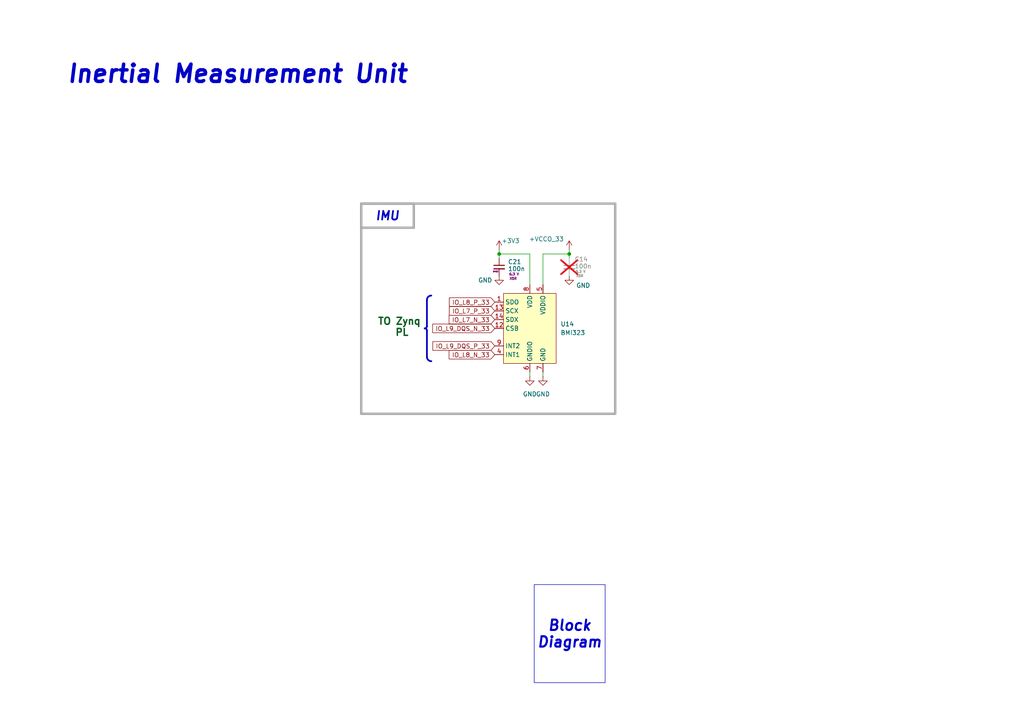
<source format=kicad_sch>
(kicad_sch (version 20250114) (generator "eeschema") (generator_version "9.0")
  (paper "A4")
  (title_block (title "IMU") (date "2024-09-22") (rev "1.0"))
  (lib_symbols
    (symbol "C_Small_1" (pin_numbers (hide yes)) (pin_names (offset 0.254) (hide yes))
      (property "Reference" "C50" (at 1.778 2.794 0))
      (property "Value" "470n" (at 1.778 0.762 0))
      (property "Rating" "6.3 V" (at 3.302 -0.762 0))
      (property "Type" "X5R" (at 3.048 -2.032 0))
      (symbol "C_Small_1_0_1"
        (polyline (pts (xy -1.524 0.508) (xy 1.524 0.508)) (stroke (width 0.3048)))
        (polyline (pts (xy -1.524 -0.508) (xy 1.524 -0.508)) (stroke (width 0.3302)))
      )
      (symbol "C_Small_1_1_1"
        (pin passive line (at 0 2.54 270) (length 2.032) (name "~") (number "1"))
        (pin passive line (at 0 -2.54 90) (length 2.032) (name "~") (number "2"))
      )
    )
    (symbol "MyLibrary:BMI323"
      (property "Reference" "U" (at -6.35 11.43 0))
      (property "Value" "BMI323" (at -6.096 -11.684 0))
      (symbol "BMI323_1_1"
        (rectangle (start -7.62 10.16) (end 7.62 -10.16) (fill (type background)))
        (pin input line (at -10.16 7.62 0) (length 2.54) (name "SDO") (number "1"))
        (pin input line (at -10.16 5.08 0) (length 2.54) (name "SCX") (number "13"))
        (pin input line (at -10.16 2.54 0) (length 2.54) (name "SDX") (number "14"))
        (pin input line (at -10.16 0 0) (length 2.54) (name "CSB") (number "12"))
        (pin input line (at -10.16 -5.08 0) (length 2.54) (name "INT2") (number "9"))
        (pin input line (at -10.16 -7.62 0) (length 2.54) (name "INT1") (number "4"))
        (pin input line (at 0 12.7 270) (length 2.54) (name "VDD") (number "8"))
        (pin input line (at 0 -12.7 90) (length 2.54) (name "GNDIO") (number "6"))
        (pin input line (at 3.81 12.7 270) (length 2.54) (name "VDDIO") (number "5"))
        (pin input line (at 3.81 -12.7 90) (length 2.54) (name "GND") (number "7"))
        (pin no_connect line (at 10.16 0 180) (length 2.54) (hide yes) (name "NC") (number "10"))
        (pin no_connect line (at 10.16 0 180) (length 2.54) (hide yes) (name "NC") (number "11"))
        (pin no_connect line (at 10.16 0 180) (length 2.54) (hide yes) (name "NC") (number "2"))
        (pin no_connect line (at 10.16 0 180) (length 2.54) (hide yes) (name "NC") (number "3"))
      )
    )
    (symbol "power:+1V0" (power) (pin_names (offset 0))
      (property "Value" "+1V0" (at 0 3.556 0))
      (symbol "+1V0_0_1"
        (polyline (pts (xy -0.762 1.27) (xy 0 2.54)))
        (polyline (pts (xy 0 2.54) (xy 0.762 1.27)))
        (polyline (pts (xy 0 0) (xy 0 2.54)))
      )
      (symbol "+1V0_1_1"
        (pin power_in line (at 0 0 90) (length 0) (hide yes) (name "+1V0") (number "1"))
      )
    )
    (symbol "power:+1V8" (power) (pin_names (offset 0))
      (property "Value" "+1V8" (at 0 3.556 0))
      (symbol "+1V8_0_1"
        (polyline (pts (xy -0.762 1.27) (xy 0 2.54)))
        (polyline (pts (xy 0 2.54) (xy 0.762 1.27)))
        (polyline (pts (xy 0 0) (xy 0 2.54)))
      )
      (symbol "+1V8_1_1"
        (pin power_in line (at 0 0 90) (length 0) (hide yes) (name "+1V8") (number "1"))
      )
    )
    (symbol "power:GND" (power) (pin_numbers (hide yes)) (pin_names (offset 0) (hide yes))
      (property "Value" "GND" (at 0 -3.81 0))
      (symbol "GND_0_1"
        (polyline (pts (xy 0 0) (xy 0 -1.27) (xy 1.27 -1.27) (xy 0 -2.54) (xy -1.27 -1.27) (xy 0 -1.27)))
      )
      (symbol "GND_1_1"
        (pin power_in line (at 0 0 270) (length 0) (name "~") (number "1"))
      )
    )
  )
  (arc (start 125.096 104.769) (mid 124.2012 104.3988) (end 123.826 103.504) (stroke (width 0.5)))
  (arc (start 123.83 94.61) (mid 123.6384 95.0526) (end 123.195 95.245) (stroke (width 0.5)))
  (arc (start 123.195 95.245) (mid 123.65 95.4265) (end 123.83 95.88) (stroke (width 0.5)))
  (arc (start 123.826 86.999) (mid 124.1954 86.1041) (end 125.091 85.729) (stroke (width 0.5)))
  (rectangle (start 104.775 59.055) (end 178.435 120.015) (stroke (width 0.7) (color 168 168 168 1)))
  (text "Inertial Measurement Unit" (at 68.834 21.59 0) (effects (font (size 5 5) (thickness 1) (bold yes) (italic yes))))
  (text "TO Zynq \nPL" (at 116.586 94.996 0) (effects (font (size 2 2) (thickness 0.4) (bold yes))))
  (text_box "Block\nDiagram" (at 154.94 169.545 0) (size 20.574 28.448) (margins 2.25 2.25 2.25 2.25) (effects (font (size 3 3) (thickness 0.6) (bold yes) (italic yes))))
  (text_box "IMU" (at 104.775 59.055 0) (size 15.24 6.985) (margins 2.225 2.225 2.225 2.225) (stroke (width 0.7) (color 168 168 168 1)) (effects (font (size 2.5 2.5) (bold yes) (italic yes))))
  (junction (at 144.78 73.66))
  (junction (at 165.1 73.66))
  (wire (pts (xy 153.67 107.95) (xy 153.67 109.22)))
  (polyline (pts (xy 123.825 86.995) (xy 123.825 94.615)) (stroke (width 0.5)))
  (wire (pts (xy 153.67 73.66) (xy 153.67 82.55)))
  (wire (pts (xy 157.48 82.55) (xy 157.48 73.66)))
  (wire (pts (xy 144.78 73.66) (xy 153.67 73.66)))
  (wire (pts (xy 157.48 107.95) (xy 157.48 109.22)))
  (wire (pts (xy 165.1 73.66) (xy 165.1 72.39)))
  (wire (pts (xy 165.1 73.66) (xy 165.1 74.93)))
  (wire (pts (xy 157.48 73.66) (xy 165.1 73.66)))
  (wire (pts (xy 144.78 72.39) (xy 144.78 73.66)))
  (wire (pts (xy 144.78 73.66) (xy 144.78 74.93)))
  (polyline (pts (xy 123.825 95.885) (xy 123.825 103.509)) (stroke (width 0.5)))
  (global_label "IO_L8_N_33" (shape input) (at 143.51 102.87 180) (property "Intersheetrefs" "${INTERSHEET_REFS}" (effects (hide yes))))
  (global_label "IO_L7_P_33" (shape input) (at 143.51 90.17 180) (property "Intersheetrefs" "${INTERSHEET_REFS}" (effects (hide yes))))
  (global_label "IO_L8_P_33" (shape input) (at 143.51 87.63 180) (property "Intersheetrefs" "${INTERSHEET_REFS}" (effects (hide yes))))
  (global_label "IO_L7_N_33" (shape input) (at 143.51 92.71 180) (property "Intersheetrefs" "${INTERSHEET_REFS}" (effects (hide yes))))
  (global_label "IO_L9_DQS_P_33" (shape input) (at 143.51 100.33 180) (property "Intersheetrefs" "${INTERSHEET_REFS}" (effects (hide yes))))
  (global_label "IO_L9_DQS_N_33" (shape input) (at 143.51 95.25 180) (property "Intersheetrefs" "${INTERSHEET_REFS}" (effects (hide yes))))
  (symbol (lib_name "C_Small_1") (lib_id "Device:C_Small") (at 165.1 77.47 0) (unit 1) (on_board no) (dnp yes)
    (property "Reference" "C14" (at 166.624 75.184 0) (effects (justify left)))
    (property "Value" "100n" (at 166.624 77.216 0) (effects (justify left)))
    (property "Footprint" "Capacitor_SMD:C_0402_1005Metric" (effects (hide yes)))
    (property "Description" "Unpolarized capacitor, small symbol" (effects (hide yes)))
    (property "Rating" "6.3 V" (at 168.402 78.74 0) (effects (font (size 0.7 0.7))))
    (property "Type" "X5R" (at 168.148 80.01 0) (effects (font (size 0.7 0.7))))
    (property "LCSC Part" "-" (effects (hide yes)))
  )
  (symbol (lib_id "power:GND") (at 165.1 80.01 0) (unit 1)
    (property "Reference" "#PWR0190" (effects (hide yes)))
    (property "Value" "GND" (at 169.164 82.804 0))
    (property "Description" "Power symbol creates a global label with name \"GND\" , ground" (effects (hide yes)))
  )
  (symbol (lib_id "power:+1V0") (at 165.1 72.39 0) (unit 1)
    (property "Reference" "#PWR0187" (effects (hide yes)))
    (property "Value" "+VCCO_33" (at 158.496 69.342 0))
    (property "Description" "Power symbol creates a global label with name \"+VCCO_33\"" (effects (hide yes)))
  )
  (symbol (lib_id "MyLibrary:BMI323") (at 153.67 95.25 0) (unit 1)
    (property "Reference" "U14" (at 162.56 93.9799 0) (effects (justify left)))
    (property "Value" "BMI323" (at 162.56 96.5199 0) (effects (justify left)))
    (property "Footprint" "Mylibrary:BMI323_BOS" (effects (hide yes)))
    (property "Datasheet" "https://www.bosch-sensortec.com/media/boschsensortec/downloads/datasheets/bst-bmi323-ds000.pdf" (effects (hide yes)))
    (property "LCSC Part" "C5368700" (effects (hide yes)))
  )
  (symbol (lib_id "power:GND") (at 153.67 109.22 0) (unit 1)
    (property "Reference" "#PWR0188" (effects (hide yes)))
    (property "Value" "GND" (at 153.67 114.3 0))
    (property "Description" "Power symbol creates a global label with name \"GND\" , ground" (effects (hide yes)))
  )
  (symbol (lib_id "power:+1V8") (at 144.78 72.39 0) (unit 1) (on_board no)
    (property "Reference" "#PWR0186" (effects (hide yes)))
    (property "Value" "+3V3" (at 148.082 69.85 0))
    (property "Description" "Power symbol creates a global label with name \"+1V8\"" (effects (hide yes)))
  )
  (symbol (lib_name "C_Small_1") (lib_id "Device:C_Small") (at 144.78 77.47 0) (unit 1)
    (property "Reference" "C21" (at 147.32 75.946 0) (effects (justify left)))
    (property "Value" "100n" (at 147.32 77.978 0) (effects (justify left)))
    (property "Footprint" "Capacitor_SMD:C_0402_1005Metric" (effects (hide yes)))
    (property "Description" "Unpolarized capacitor, small symbol" (effects (hide yes)))
    (property "Rating" "6.3 V" (at 149.098 79.502 0) (effects (font (size 0.7 0.7))))
    (property "Type" "X5R" (at 148.844 80.772 0) (effects (font (size 0.7 0.7))))
    (property "Package" "0402" (at 143.764 78.74 0) (effects (font (size 0.4 0.4))))
    (property "LCSC Part" "gia" (effects (hide yes)))
  )
  (symbol (lib_id "power:GND") (at 157.48 109.22 0) (unit 1)
    (property "Reference" "#PWR0189" (effects (hide yes)))
    (property "Value" "GND" (at 157.48 114.3 0))
    (property "Description" "Power symbol creates a global label with name \"GND\" , ground" (effects (hide yes)))
  )
  (symbol (lib_id "power:GND") (at 144.78 80.01 0) (unit 1)
    (property "Reference" "#PWR0191" (effects (hide yes)))
    (property "Value" "GND" (at 140.716 81.28 0))
    (property "Description" "Power symbol creates a global label with name \"GND\" , ground" (effects (hide yes)))
  )
)
</source>
